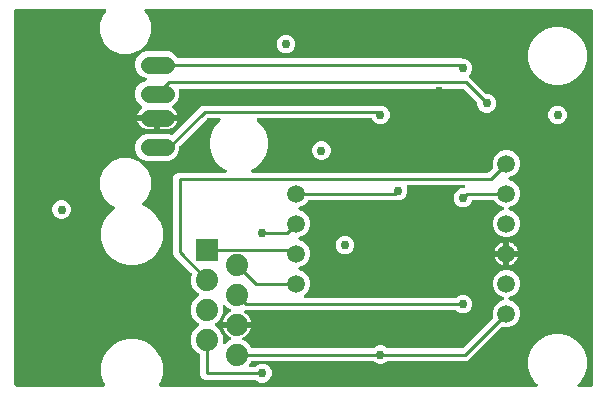
<source format=gbr>
G04 EAGLE Gerber RS-274X export*
G75*
%MOMM*%
%FSLAX34Y34*%
%LPD*%
%INBottom Copper*%
%IPPOS*%
%AMOC8*
5,1,8,0,0,1.08239X$1,22.5*%
G01*
%ADD10C,1.879600*%
%ADD11R,1.879600X1.879600*%
%ADD12C,1.508000*%
%ADD13C,1.458000*%
%ADD14C,0.254000*%
%ADD15C,0.756400*%

G36*
X85493Y10177D02*
X85493Y10177D01*
X85625Y10188D01*
X85650Y10197D01*
X85677Y10201D01*
X85800Y10249D01*
X85925Y10293D01*
X85948Y10308D01*
X85973Y10318D01*
X86080Y10395D01*
X86190Y10469D01*
X86208Y10489D01*
X86230Y10504D01*
X86315Y10607D01*
X86403Y10705D01*
X86416Y10729D01*
X86433Y10749D01*
X86489Y10869D01*
X86551Y10986D01*
X86557Y11013D01*
X86568Y11037D01*
X86593Y11167D01*
X86624Y11296D01*
X86623Y11323D01*
X86628Y11349D01*
X86620Y11481D01*
X86617Y11614D01*
X86610Y11640D01*
X86608Y11667D01*
X86568Y11793D01*
X86532Y11920D01*
X86515Y11955D01*
X86510Y11969D01*
X86499Y11988D01*
X86461Y12065D01*
X85082Y14452D01*
X83299Y21106D01*
X83299Y27994D01*
X85082Y34648D01*
X88526Y40613D01*
X93397Y45484D01*
X99362Y48928D01*
X106016Y50711D01*
X112904Y50711D01*
X119558Y48928D01*
X125523Y45484D01*
X130394Y40613D01*
X133838Y34648D01*
X135621Y27994D01*
X135621Y21106D01*
X133838Y14452D01*
X132459Y12065D01*
X132408Y11942D01*
X132352Y11823D01*
X132347Y11796D01*
X132336Y11771D01*
X132317Y11640D01*
X132292Y11510D01*
X132294Y11484D01*
X132290Y11457D01*
X132303Y11325D01*
X132312Y11193D01*
X132320Y11167D01*
X132323Y11141D01*
X132369Y11016D01*
X132410Y10891D01*
X132424Y10868D01*
X132433Y10842D01*
X132509Y10734D01*
X132580Y10622D01*
X132600Y10603D01*
X132615Y10581D01*
X132715Y10495D01*
X132811Y10404D01*
X132835Y10391D01*
X132855Y10373D01*
X132974Y10314D01*
X133090Y10250D01*
X133116Y10244D01*
X133140Y10232D01*
X133270Y10204D01*
X133398Y10171D01*
X133436Y10169D01*
X133451Y10165D01*
X133473Y10166D01*
X133559Y10161D01*
X451900Y10161D01*
X452037Y10178D01*
X452176Y10191D01*
X452195Y10198D01*
X452215Y10201D01*
X452344Y10252D01*
X452475Y10299D01*
X452492Y10310D01*
X452511Y10318D01*
X452623Y10399D01*
X452738Y10477D01*
X452752Y10493D01*
X452768Y10504D01*
X452857Y10612D01*
X452949Y10716D01*
X452958Y10734D01*
X452971Y10749D01*
X453030Y10875D01*
X453093Y10999D01*
X453098Y11019D01*
X453106Y11037D01*
X453133Y11173D01*
X453163Y11309D01*
X453162Y11330D01*
X453166Y11349D01*
X453158Y11488D01*
X453153Y11627D01*
X453148Y11647D01*
X453146Y11667D01*
X453104Y11799D01*
X453065Y11933D01*
X453055Y11950D01*
X453048Y11969D01*
X452974Y12087D01*
X452903Y12207D01*
X452885Y12228D01*
X452878Y12238D01*
X452863Y12252D01*
X452797Y12327D01*
X450266Y14858D01*
X447020Y20481D01*
X445339Y26753D01*
X445339Y33247D01*
X447020Y39519D01*
X450266Y45142D01*
X454858Y49734D01*
X460481Y52980D01*
X466753Y54661D01*
X473247Y54661D01*
X479519Y52980D01*
X485142Y49734D01*
X489734Y45142D01*
X492980Y39519D01*
X494661Y33247D01*
X494661Y26753D01*
X492980Y20481D01*
X489734Y14858D01*
X487203Y12327D01*
X487118Y12218D01*
X487029Y12111D01*
X487020Y12092D01*
X487008Y12076D01*
X486953Y11948D01*
X486894Y11823D01*
X486890Y11803D01*
X486882Y11784D01*
X486860Y11646D01*
X486834Y11510D01*
X486835Y11490D01*
X486832Y11470D01*
X486845Y11331D01*
X486854Y11193D01*
X486860Y11174D01*
X486862Y11154D01*
X486909Y11022D01*
X486952Y10891D01*
X486962Y10873D01*
X486969Y10854D01*
X487047Y10739D01*
X487122Y10622D01*
X487137Y10608D01*
X487148Y10591D01*
X487252Y10499D01*
X487353Y10404D01*
X487371Y10394D01*
X487386Y10381D01*
X487510Y10317D01*
X487632Y10250D01*
X487651Y10245D01*
X487670Y10236D01*
X487805Y10206D01*
X487940Y10171D01*
X487968Y10169D01*
X487980Y10166D01*
X488000Y10167D01*
X488100Y10161D01*
X498570Y10161D01*
X498688Y10176D01*
X498807Y10183D01*
X498845Y10196D01*
X498886Y10201D01*
X498996Y10244D01*
X499109Y10281D01*
X499144Y10303D01*
X499181Y10318D01*
X499277Y10387D01*
X499378Y10451D01*
X499406Y10481D01*
X499439Y10504D01*
X499515Y10596D01*
X499596Y10683D01*
X499616Y10718D01*
X499641Y10749D01*
X499692Y10857D01*
X499750Y10961D01*
X499760Y11001D01*
X499777Y11037D01*
X499799Y11154D01*
X499829Y11269D01*
X499833Y11329D01*
X499837Y11349D01*
X499835Y11370D01*
X499839Y11430D01*
X499839Y328570D01*
X499824Y328688D01*
X499817Y328807D01*
X499804Y328845D01*
X499799Y328886D01*
X499756Y328996D01*
X499719Y329109D01*
X499697Y329144D01*
X499682Y329181D01*
X499613Y329277D01*
X499549Y329378D01*
X499519Y329406D01*
X499496Y329439D01*
X499404Y329515D01*
X499317Y329596D01*
X499282Y329616D01*
X499251Y329641D01*
X499143Y329692D01*
X499039Y329750D01*
X498999Y329760D01*
X498963Y329777D01*
X498846Y329799D01*
X498731Y329829D01*
X498671Y329833D01*
X498651Y329837D01*
X498630Y329835D01*
X498570Y329839D01*
X121318Y329839D01*
X121180Y329822D01*
X121041Y329809D01*
X121022Y329802D01*
X121002Y329799D01*
X120873Y329748D01*
X120742Y329701D01*
X120725Y329690D01*
X120707Y329682D01*
X120594Y329601D01*
X120479Y329523D01*
X120466Y329507D01*
X120449Y329496D01*
X120360Y329388D01*
X120269Y329284D01*
X120259Y329266D01*
X120246Y329251D01*
X120187Y329125D01*
X120124Y329001D01*
X120120Y328981D01*
X120111Y328963D01*
X120085Y328827D01*
X120054Y328691D01*
X120055Y328670D01*
X120051Y328651D01*
X120060Y328512D01*
X120064Y328373D01*
X120070Y328353D01*
X120071Y328333D01*
X120114Y328201D01*
X120152Y328067D01*
X120163Y328050D01*
X120169Y328031D01*
X120244Y327913D01*
X120314Y327793D01*
X120333Y327772D01*
X120339Y327762D01*
X120354Y327748D01*
X120420Y327673D01*
X122343Y325750D01*
X125641Y317789D01*
X125641Y309171D01*
X122343Y301210D01*
X116250Y295117D01*
X108289Y291819D01*
X99671Y291819D01*
X91710Y295117D01*
X85617Y301210D01*
X82319Y309171D01*
X82319Y317789D01*
X85617Y325750D01*
X87540Y327673D01*
X87625Y327782D01*
X87714Y327889D01*
X87722Y327908D01*
X87735Y327924D01*
X87790Y328052D01*
X87849Y328177D01*
X87853Y328197D01*
X87861Y328216D01*
X87883Y328354D01*
X87909Y328490D01*
X87908Y328510D01*
X87911Y328530D01*
X87898Y328669D01*
X87889Y328807D01*
X87883Y328826D01*
X87881Y328846D01*
X87834Y328978D01*
X87791Y329109D01*
X87780Y329127D01*
X87773Y329146D01*
X87695Y329261D01*
X87621Y329378D01*
X87606Y329392D01*
X87595Y329409D01*
X87490Y329501D01*
X87389Y329596D01*
X87372Y329606D01*
X87356Y329619D01*
X87232Y329683D01*
X87111Y329750D01*
X87091Y329755D01*
X87073Y329764D01*
X86937Y329794D01*
X86803Y329829D01*
X86775Y329831D01*
X86763Y329834D01*
X86742Y329833D01*
X86642Y329839D01*
X11430Y329839D01*
X11312Y329824D01*
X11193Y329817D01*
X11155Y329804D01*
X11114Y329799D01*
X11004Y329756D01*
X10891Y329719D01*
X10856Y329697D01*
X10819Y329682D01*
X10723Y329613D01*
X10622Y329549D01*
X10594Y329519D01*
X10561Y329496D01*
X10485Y329404D01*
X10404Y329317D01*
X10384Y329282D01*
X10359Y329251D01*
X10308Y329143D01*
X10250Y329039D01*
X10240Y328999D01*
X10223Y328963D01*
X10201Y328846D01*
X10171Y328731D01*
X10167Y328671D01*
X10163Y328651D01*
X10165Y328630D01*
X10161Y328570D01*
X10161Y11430D01*
X10176Y11312D01*
X10183Y11193D01*
X10196Y11155D01*
X10201Y11114D01*
X10244Y11004D01*
X10281Y10891D01*
X10303Y10856D01*
X10318Y10819D01*
X10387Y10723D01*
X10451Y10622D01*
X10481Y10594D01*
X10504Y10561D01*
X10596Y10485D01*
X10683Y10404D01*
X10718Y10384D01*
X10749Y10359D01*
X10857Y10308D01*
X10961Y10250D01*
X11001Y10240D01*
X11037Y10223D01*
X11154Y10201D01*
X11269Y10171D01*
X11329Y10167D01*
X11349Y10163D01*
X11370Y10165D01*
X11430Y10161D01*
X85361Y10161D01*
X85493Y10177D01*
G37*
%LPC*%
G36*
X218439Y13583D02*
X218439Y13583D01*
X215555Y14778D01*
X214610Y15724D01*
X214531Y15784D01*
X214459Y15852D01*
X214406Y15881D01*
X214358Y15918D01*
X214267Y15958D01*
X214181Y16006D01*
X214122Y16021D01*
X214066Y16045D01*
X213968Y16060D01*
X213873Y16085D01*
X213773Y16091D01*
X213752Y16095D01*
X213740Y16093D01*
X213712Y16095D01*
X171899Y16095D01*
X169938Y16907D01*
X168437Y18408D01*
X167625Y20369D01*
X167625Y36740D01*
X167622Y36769D01*
X167624Y36798D01*
X167602Y36927D01*
X167585Y37055D01*
X167575Y37083D01*
X167570Y37112D01*
X167516Y37230D01*
X167468Y37351D01*
X167451Y37375D01*
X167439Y37402D01*
X167358Y37503D01*
X167282Y37608D01*
X167259Y37627D01*
X167240Y37650D01*
X167137Y37728D01*
X167037Y37811D01*
X167010Y37824D01*
X166986Y37841D01*
X166842Y37912D01*
X165334Y38537D01*
X161547Y42324D01*
X159497Y47272D01*
X159497Y52628D01*
X161547Y57576D01*
X165334Y61363D01*
X165610Y61477D01*
X165730Y61546D01*
X165853Y61611D01*
X165868Y61625D01*
X165886Y61635D01*
X165985Y61731D01*
X166089Y61825D01*
X166100Y61842D01*
X166114Y61856D01*
X166187Y61975D01*
X166263Y62091D01*
X166270Y62110D01*
X166281Y62127D01*
X166322Y62260D01*
X166367Y62392D01*
X166368Y62412D01*
X166374Y62431D01*
X166381Y62570D01*
X166392Y62709D01*
X166388Y62729D01*
X166389Y62749D01*
X166361Y62885D01*
X166338Y63022D01*
X166329Y63041D01*
X166325Y63060D01*
X166264Y63185D01*
X166207Y63312D01*
X166194Y63328D01*
X166185Y63346D01*
X166095Y63452D01*
X166008Y63560D01*
X165992Y63573D01*
X165979Y63588D01*
X165865Y63668D01*
X165754Y63752D01*
X165729Y63764D01*
X165719Y63771D01*
X165700Y63778D01*
X165610Y63823D01*
X165334Y63937D01*
X161547Y67724D01*
X159497Y72672D01*
X159497Y78028D01*
X161547Y82976D01*
X165334Y86763D01*
X165610Y86877D01*
X165730Y86946D01*
X165853Y87011D01*
X165868Y87025D01*
X165886Y87035D01*
X165985Y87131D01*
X166089Y87225D01*
X166100Y87242D01*
X166114Y87256D01*
X166187Y87375D01*
X166263Y87491D01*
X166270Y87510D01*
X166281Y87527D01*
X166322Y87660D01*
X166367Y87792D01*
X166368Y87812D01*
X166374Y87831D01*
X166381Y87970D01*
X166392Y88109D01*
X166388Y88129D01*
X166389Y88149D01*
X166361Y88285D01*
X166338Y88422D01*
X166329Y88441D01*
X166325Y88460D01*
X166264Y88585D01*
X166207Y88712D01*
X166194Y88728D01*
X166185Y88746D01*
X166095Y88852D01*
X166008Y88960D01*
X165992Y88973D01*
X165979Y88988D01*
X165865Y89068D01*
X165754Y89152D01*
X165729Y89164D01*
X165719Y89171D01*
X165700Y89178D01*
X165610Y89223D01*
X165334Y89337D01*
X161547Y93124D01*
X159497Y98072D01*
X159497Y103428D01*
X160122Y104936D01*
X160130Y104964D01*
X160143Y104990D01*
X160171Y105117D01*
X160206Y105242D01*
X160206Y105272D01*
X160213Y105301D01*
X160209Y105431D01*
X160211Y105560D01*
X160204Y105589D01*
X160203Y105619D01*
X160167Y105743D01*
X160137Y105870D01*
X160123Y105896D01*
X160115Y105924D01*
X160049Y106036D01*
X159988Y106151D01*
X159968Y106173D01*
X159953Y106198D01*
X159847Y106319D01*
X145477Y120688D01*
X144665Y122649D01*
X144665Y187061D01*
X145477Y189022D01*
X146978Y190523D01*
X148939Y191335D01*
X188663Y191335D01*
X188808Y191353D01*
X188953Y191368D01*
X188965Y191373D01*
X188979Y191375D01*
X189114Y191428D01*
X189251Y191479D01*
X189262Y191487D01*
X189274Y191492D01*
X189392Y191577D01*
X189512Y191660D01*
X189521Y191671D01*
X189532Y191678D01*
X189624Y191790D01*
X189720Y191901D01*
X189726Y191913D01*
X189735Y191923D01*
X189796Y192055D01*
X189862Y192186D01*
X189864Y192199D01*
X189870Y192211D01*
X189897Y192353D01*
X189928Y192497D01*
X189927Y192510D01*
X189930Y192523D01*
X189921Y192668D01*
X189915Y192814D01*
X189911Y192827D01*
X189910Y192841D01*
X189865Y192979D01*
X189823Y193119D01*
X189816Y193131D01*
X189812Y193143D01*
X189734Y193266D01*
X189659Y193391D01*
X189649Y193401D01*
X189642Y193412D01*
X189536Y193512D01*
X189432Y193614D01*
X189416Y193624D01*
X189410Y193630D01*
X189395Y193638D01*
X189298Y193703D01*
X184858Y196267D01*
X180266Y200858D01*
X177020Y206481D01*
X175339Y212753D01*
X175339Y219247D01*
X177020Y225519D01*
X180266Y231142D01*
X184403Y235279D01*
X184488Y235388D01*
X184577Y235495D01*
X184586Y235514D01*
X184598Y235530D01*
X184653Y235658D01*
X184712Y235783D01*
X184716Y235803D01*
X184724Y235822D01*
X184746Y235960D01*
X184772Y236096D01*
X184771Y236116D01*
X184774Y236136D01*
X184761Y236275D01*
X184752Y236413D01*
X184746Y236432D01*
X184744Y236452D01*
X184697Y236584D01*
X184654Y236715D01*
X184644Y236733D01*
X184637Y236752D01*
X184559Y236867D01*
X184484Y236984D01*
X184469Y236998D01*
X184458Y237015D01*
X184354Y237107D01*
X184253Y237202D01*
X184235Y237212D01*
X184220Y237225D01*
X184096Y237289D01*
X183974Y237356D01*
X183955Y237361D01*
X183936Y237370D01*
X183801Y237400D01*
X183666Y237435D01*
X183638Y237437D01*
X183626Y237440D01*
X183606Y237439D01*
X183506Y237445D01*
X173815Y237445D01*
X173717Y237433D01*
X173618Y237430D01*
X173560Y237413D01*
X173500Y237405D01*
X173408Y237369D01*
X173313Y237341D01*
X173261Y237311D01*
X173204Y237288D01*
X173124Y237230D01*
X173039Y237180D01*
X172963Y237114D01*
X172947Y237102D01*
X172939Y237092D01*
X172918Y237074D01*
X150096Y214252D01*
X150036Y214174D01*
X149968Y214102D01*
X149939Y214049D01*
X149902Y214001D01*
X149862Y213910D01*
X149814Y213823D01*
X149799Y213765D01*
X149775Y213709D01*
X149760Y213611D01*
X149735Y213515D01*
X149729Y213415D01*
X149725Y213395D01*
X149727Y213383D01*
X149725Y213355D01*
X149725Y210521D01*
X147996Y206348D01*
X144802Y203154D01*
X140629Y201425D01*
X121531Y201425D01*
X117358Y203154D01*
X114164Y206348D01*
X112435Y210521D01*
X112435Y215039D01*
X114164Y219212D01*
X117358Y222406D01*
X121531Y224135D01*
X140629Y224135D01*
X142859Y223211D01*
X142887Y223203D01*
X142913Y223190D01*
X143040Y223161D01*
X143165Y223127D01*
X143195Y223127D01*
X143224Y223120D01*
X143353Y223124D01*
X143483Y223122D01*
X143512Y223129D01*
X143541Y223130D01*
X143666Y223166D01*
X143793Y223196D01*
X143819Y223210D01*
X143847Y223218D01*
X143959Y223284D01*
X144074Y223345D01*
X144095Y223365D01*
X144121Y223380D01*
X144242Y223486D01*
X166379Y245623D01*
X168058Y247303D01*
X170019Y248115D01*
X318281Y248115D01*
X318695Y247943D01*
X318704Y247941D01*
X318712Y247936D01*
X318857Y247899D01*
X319002Y247859D01*
X319011Y247859D01*
X319020Y247857D01*
X319181Y247847D01*
X321561Y247847D01*
X324445Y246652D01*
X326652Y244445D01*
X327847Y241561D01*
X327847Y238439D01*
X326652Y235555D01*
X324445Y233348D01*
X321561Y232153D01*
X318439Y232153D01*
X315555Y233348D01*
X313348Y235555D01*
X312890Y236662D01*
X312875Y236687D01*
X312866Y236715D01*
X312796Y236825D01*
X312732Y236938D01*
X312711Y236959D01*
X312696Y236984D01*
X312601Y237073D01*
X312511Y237166D01*
X312486Y237182D01*
X312464Y237202D01*
X312350Y237265D01*
X312240Y237333D01*
X312211Y237341D01*
X312186Y237356D01*
X312060Y237388D01*
X311936Y237426D01*
X311906Y237428D01*
X311878Y237435D01*
X311717Y237445D01*
X216494Y237445D01*
X216357Y237428D01*
X216218Y237415D01*
X216199Y237408D01*
X216179Y237405D01*
X216050Y237354D01*
X215919Y237307D01*
X215902Y237296D01*
X215883Y237288D01*
X215771Y237207D01*
X215656Y237129D01*
X215642Y237113D01*
X215626Y237102D01*
X215537Y236994D01*
X215445Y236890D01*
X215436Y236872D01*
X215423Y236857D01*
X215364Y236731D01*
X215301Y236607D01*
X215296Y236587D01*
X215288Y236569D01*
X215261Y236433D01*
X215231Y236297D01*
X215232Y236276D01*
X215228Y236257D01*
X215236Y236118D01*
X215241Y235979D01*
X215246Y235959D01*
X215248Y235939D01*
X215291Y235806D01*
X215329Y235673D01*
X215339Y235656D01*
X215346Y235637D01*
X215420Y235519D01*
X215491Y235399D01*
X215509Y235378D01*
X215516Y235368D01*
X215531Y235354D01*
X215597Y235279D01*
X219734Y231142D01*
X222980Y225519D01*
X224661Y219247D01*
X224661Y212753D01*
X222980Y206481D01*
X219734Y200858D01*
X215142Y196267D01*
X210702Y193703D01*
X210586Y193615D01*
X210468Y193530D01*
X210460Y193519D01*
X210449Y193511D01*
X210359Y193397D01*
X210265Y193285D01*
X210260Y193272D01*
X210251Y193262D01*
X210192Y193128D01*
X210130Y192997D01*
X210127Y192984D01*
X210122Y192971D01*
X210097Y192827D01*
X210070Y192684D01*
X210071Y192671D01*
X210069Y192658D01*
X210081Y192512D01*
X210090Y192367D01*
X210094Y192354D01*
X210095Y192341D01*
X210143Y192203D01*
X210188Y192065D01*
X210195Y192053D01*
X210200Y192040D01*
X210280Y191919D01*
X210358Y191796D01*
X210368Y191787D01*
X210375Y191775D01*
X210483Y191678D01*
X210590Y191578D01*
X210602Y191571D01*
X210612Y191562D01*
X210740Y191495D01*
X210868Y191424D01*
X210881Y191421D01*
X210893Y191415D01*
X211035Y191381D01*
X211176Y191345D01*
X211195Y191344D01*
X211203Y191342D01*
X211220Y191342D01*
X211337Y191335D01*
X410965Y191335D01*
X411063Y191347D01*
X411162Y191350D01*
X411220Y191367D01*
X411280Y191375D01*
X411372Y191411D01*
X411467Y191439D01*
X411519Y191469D01*
X411576Y191492D01*
X411656Y191550D01*
X411741Y191600D01*
X411817Y191666D01*
X411833Y191678D01*
X411841Y191688D01*
X411862Y191706D01*
X414909Y194753D01*
X414927Y194777D01*
X414949Y194796D01*
X415024Y194902D01*
X415104Y195004D01*
X415115Y195032D01*
X415132Y195056D01*
X415178Y195177D01*
X415230Y195296D01*
X415235Y195325D01*
X415245Y195353D01*
X415259Y195482D01*
X415280Y195610D01*
X415277Y195640D01*
X415280Y195669D01*
X415262Y195798D01*
X415250Y195927D01*
X415240Y195955D01*
X415236Y195984D01*
X415184Y196136D01*
X414995Y196592D01*
X414995Y201208D01*
X416762Y205474D01*
X420026Y208738D01*
X424292Y210505D01*
X428908Y210505D01*
X433174Y208738D01*
X436438Y205474D01*
X438205Y201208D01*
X438205Y196592D01*
X436438Y192326D01*
X433174Y189062D01*
X429095Y187373D01*
X428974Y187304D01*
X428851Y187239D01*
X428836Y187225D01*
X428819Y187215D01*
X428719Y187118D01*
X428616Y187025D01*
X428605Y187008D01*
X428590Y186994D01*
X428518Y186875D01*
X428441Y186759D01*
X428435Y186740D01*
X428424Y186723D01*
X428383Y186590D01*
X428338Y186458D01*
X428337Y186438D01*
X428331Y186419D01*
X428324Y186280D01*
X428313Y186141D01*
X428316Y186121D01*
X428315Y186101D01*
X428343Y185965D01*
X428367Y185828D01*
X428376Y185809D01*
X428380Y185790D01*
X428441Y185664D01*
X428498Y185538D01*
X428511Y185522D01*
X428519Y185504D01*
X428610Y185398D01*
X428696Y185290D01*
X428713Y185277D01*
X428726Y185262D01*
X428840Y185182D01*
X428951Y185098D01*
X428976Y185086D01*
X428986Y185079D01*
X429005Y185072D01*
X429095Y185027D01*
X433174Y183338D01*
X436438Y180074D01*
X438205Y175808D01*
X438205Y171192D01*
X436438Y166926D01*
X433174Y163662D01*
X429095Y161973D01*
X428974Y161904D01*
X428851Y161839D01*
X428836Y161825D01*
X428819Y161815D01*
X428719Y161718D01*
X428616Y161625D01*
X428605Y161608D01*
X428590Y161594D01*
X428517Y161475D01*
X428441Y161359D01*
X428435Y161340D01*
X428424Y161323D01*
X428383Y161190D01*
X428338Y161058D01*
X428337Y161038D01*
X428331Y161019D01*
X428324Y160880D01*
X428313Y160741D01*
X428316Y160721D01*
X428315Y160701D01*
X428344Y160565D01*
X428367Y160428D01*
X428376Y160409D01*
X428380Y160390D01*
X428441Y160264D01*
X428498Y160138D01*
X428510Y160122D01*
X428519Y160104D01*
X428610Y159998D01*
X428696Y159890D01*
X428713Y159877D01*
X428726Y159862D01*
X428840Y159782D01*
X428951Y159698D01*
X428976Y159686D01*
X428986Y159679D01*
X429005Y159672D01*
X429095Y159627D01*
X433174Y157938D01*
X436438Y154674D01*
X438205Y150408D01*
X438205Y145792D01*
X436438Y141526D01*
X433174Y138262D01*
X428908Y136495D01*
X424292Y136495D01*
X420026Y138262D01*
X416762Y141526D01*
X414995Y145792D01*
X414995Y150408D01*
X416762Y154674D01*
X420026Y157938D01*
X424105Y159627D01*
X424225Y159696D01*
X424349Y159761D01*
X424364Y159775D01*
X424381Y159785D01*
X424481Y159882D01*
X424584Y159975D01*
X424595Y159992D01*
X424610Y160006D01*
X424682Y160124D01*
X424759Y160241D01*
X424765Y160260D01*
X424776Y160277D01*
X424817Y160410D01*
X424862Y160542D01*
X424864Y160562D01*
X424869Y160581D01*
X424876Y160720D01*
X424887Y160859D01*
X424884Y160879D01*
X424885Y160899D01*
X424856Y161035D01*
X424833Y161172D01*
X424824Y161191D01*
X424820Y161210D01*
X424759Y161335D01*
X424702Y161462D01*
X424690Y161478D01*
X424681Y161496D01*
X424590Y161602D01*
X424504Y161710D01*
X424487Y161723D01*
X424474Y161738D01*
X424361Y161818D01*
X424249Y161902D01*
X424224Y161914D01*
X424214Y161921D01*
X424195Y161928D01*
X424105Y161973D01*
X420026Y163662D01*
X416762Y166926D01*
X416573Y167382D01*
X416559Y167407D01*
X416550Y167435D01*
X416480Y167545D01*
X416416Y167658D01*
X416395Y167679D01*
X416380Y167704D01*
X416285Y167793D01*
X416195Y167886D01*
X416169Y167902D01*
X416148Y167922D01*
X416034Y167985D01*
X415923Y168053D01*
X415895Y168061D01*
X415869Y168076D01*
X415744Y168108D01*
X415620Y168146D01*
X415590Y168148D01*
X415561Y168155D01*
X415401Y168165D01*
X398581Y168165D01*
X398552Y168162D01*
X398523Y168164D01*
X398394Y168142D01*
X398266Y168125D01*
X398238Y168115D01*
X398209Y168110D01*
X398091Y168056D01*
X397970Y168008D01*
X397946Y167991D01*
X397919Y167979D01*
X397818Y167898D01*
X397713Y167822D01*
X397694Y167799D01*
X397671Y167780D01*
X397593Y167677D01*
X397510Y167577D01*
X397497Y167550D01*
X397480Y167526D01*
X397409Y167382D01*
X396652Y165555D01*
X394445Y163348D01*
X391561Y162153D01*
X388439Y162153D01*
X385555Y163348D01*
X383348Y165555D01*
X382153Y168439D01*
X382153Y171561D01*
X383348Y174445D01*
X385555Y176652D01*
X388439Y177847D01*
X389801Y177847D01*
X389810Y177848D01*
X389820Y177847D01*
X389968Y177868D01*
X390117Y177887D01*
X390125Y177890D01*
X390135Y177891D01*
X390287Y177943D01*
X390963Y178223D01*
X391024Y178258D01*
X391088Y178284D01*
X391161Y178336D01*
X391239Y178381D01*
X391289Y178429D01*
X391346Y178470D01*
X391403Y178540D01*
X391468Y178602D01*
X391504Y178662D01*
X391549Y178715D01*
X391587Y178797D01*
X391634Y178873D01*
X391654Y178940D01*
X391684Y179003D01*
X391701Y179091D01*
X391728Y179177D01*
X391731Y179247D01*
X391744Y179316D01*
X391738Y179405D01*
X391743Y179495D01*
X391729Y179563D01*
X391724Y179633D01*
X391697Y179718D01*
X391678Y179806D01*
X391648Y179869D01*
X391626Y179935D01*
X391578Y180011D01*
X391539Y180092D01*
X391493Y180145D01*
X391456Y180204D01*
X391391Y180266D01*
X391332Y180334D01*
X391275Y180374D01*
X391224Y180422D01*
X391146Y180465D01*
X391072Y180517D01*
X391007Y180542D01*
X390946Y180576D01*
X390859Y180598D01*
X390775Y180630D01*
X390705Y180638D01*
X390638Y180655D01*
X390477Y180665D01*
X343460Y180665D01*
X343411Y180659D01*
X343361Y180661D01*
X343254Y180639D01*
X343145Y180625D01*
X343099Y180607D01*
X343050Y180597D01*
X342951Y180549D01*
X342849Y180508D01*
X342809Y180479D01*
X342764Y180457D01*
X342681Y180386D01*
X342592Y180322D01*
X342560Y180283D01*
X342522Y180251D01*
X342459Y180161D01*
X342389Y180077D01*
X342368Y180032D01*
X342339Y179991D01*
X342300Y179888D01*
X342253Y179789D01*
X342244Y179740D01*
X342227Y179694D01*
X342214Y179584D01*
X342194Y179477D01*
X342197Y179427D01*
X342191Y179378D01*
X342207Y179269D01*
X342213Y179159D01*
X342229Y179112D01*
X342236Y179063D01*
X342288Y178910D01*
X342847Y177561D01*
X342847Y174439D01*
X341652Y171555D01*
X339445Y169348D01*
X336561Y168153D01*
X333325Y168153D01*
X333318Y168155D01*
X333158Y168165D01*
X259999Y168165D01*
X259970Y168162D01*
X259940Y168164D01*
X259813Y168142D01*
X259684Y168125D01*
X259656Y168115D01*
X259627Y168109D01*
X259509Y168056D01*
X259388Y168008D01*
X259364Y167991D01*
X259337Y167979D01*
X259236Y167898D01*
X259131Y167822D01*
X259112Y167799D01*
X259089Y167780D01*
X259011Y167677D01*
X258928Y167577D01*
X258915Y167550D01*
X258898Y167526D01*
X258827Y167382D01*
X258638Y166926D01*
X255374Y163662D01*
X251295Y161973D01*
X251174Y161904D01*
X251051Y161839D01*
X251036Y161825D01*
X251019Y161815D01*
X250919Y161718D01*
X250816Y161625D01*
X250805Y161608D01*
X250790Y161594D01*
X250717Y161475D01*
X250641Y161359D01*
X250635Y161340D01*
X250624Y161323D01*
X250583Y161190D01*
X250538Y161058D01*
X250537Y161038D01*
X250531Y161019D01*
X250524Y160880D01*
X250513Y160741D01*
X250516Y160721D01*
X250515Y160701D01*
X250544Y160565D01*
X250567Y160428D01*
X250576Y160409D01*
X250580Y160390D01*
X250641Y160264D01*
X250698Y160138D01*
X250710Y160122D01*
X250719Y160104D01*
X250810Y159998D01*
X250896Y159890D01*
X250913Y159877D01*
X250926Y159862D01*
X251040Y159782D01*
X251151Y159698D01*
X251176Y159686D01*
X251186Y159679D01*
X251205Y159672D01*
X251295Y159627D01*
X255374Y157938D01*
X258638Y154674D01*
X260405Y150408D01*
X260405Y145792D01*
X258638Y141526D01*
X255374Y138262D01*
X251295Y136573D01*
X251174Y136504D01*
X251051Y136439D01*
X251036Y136425D01*
X251019Y136415D01*
X250919Y136318D01*
X250816Y136225D01*
X250805Y136208D01*
X250790Y136194D01*
X250717Y136075D01*
X250641Y135959D01*
X250635Y135940D01*
X250624Y135923D01*
X250583Y135790D01*
X250538Y135658D01*
X250537Y135638D01*
X250531Y135619D01*
X250524Y135480D01*
X250513Y135341D01*
X250516Y135321D01*
X250515Y135301D01*
X250544Y135165D01*
X250567Y135028D01*
X250576Y135009D01*
X250580Y134990D01*
X250641Y134864D01*
X250698Y134738D01*
X250710Y134722D01*
X250719Y134704D01*
X250810Y134598D01*
X250896Y134490D01*
X250913Y134477D01*
X250926Y134462D01*
X251040Y134382D01*
X251151Y134298D01*
X251176Y134286D01*
X251186Y134279D01*
X251205Y134272D01*
X251295Y134227D01*
X255374Y132538D01*
X258638Y129274D01*
X260405Y125008D01*
X260405Y120392D01*
X258638Y116126D01*
X255374Y112862D01*
X251295Y111173D01*
X251174Y111104D01*
X251051Y111039D01*
X251036Y111025D01*
X251019Y111015D01*
X250919Y110918D01*
X250816Y110825D01*
X250805Y110808D01*
X250790Y110794D01*
X250717Y110675D01*
X250641Y110559D01*
X250635Y110540D01*
X250624Y110523D01*
X250583Y110390D01*
X250538Y110258D01*
X250537Y110238D01*
X250531Y110219D01*
X250524Y110080D01*
X250513Y109941D01*
X250516Y109921D01*
X250515Y109901D01*
X250544Y109765D01*
X250567Y109628D01*
X250576Y109609D01*
X250580Y109590D01*
X250641Y109464D01*
X250698Y109338D01*
X250710Y109322D01*
X250719Y109304D01*
X250810Y109198D01*
X250896Y109090D01*
X250913Y109077D01*
X250926Y109062D01*
X251040Y108982D01*
X251151Y108898D01*
X251176Y108886D01*
X251186Y108879D01*
X251205Y108872D01*
X251295Y108827D01*
X255374Y107138D01*
X258638Y103874D01*
X260405Y99608D01*
X260405Y94992D01*
X258638Y90726D01*
X255413Y87501D01*
X255328Y87392D01*
X255239Y87285D01*
X255231Y87266D01*
X255218Y87250D01*
X255163Y87122D01*
X255104Y86997D01*
X255100Y86977D01*
X255092Y86958D01*
X255070Y86820D01*
X255044Y86684D01*
X255045Y86664D01*
X255042Y86644D01*
X255055Y86505D01*
X255064Y86367D01*
X255070Y86348D01*
X255072Y86328D01*
X255119Y86196D01*
X255162Y86065D01*
X255172Y86047D01*
X255179Y86028D01*
X255257Y85913D01*
X255332Y85796D01*
X255347Y85782D01*
X255358Y85765D01*
X255462Y85673D01*
X255563Y85578D01*
X255581Y85568D01*
X255596Y85555D01*
X255720Y85491D01*
X255842Y85424D01*
X255861Y85419D01*
X255880Y85410D01*
X256015Y85380D01*
X256150Y85345D01*
X256178Y85343D01*
X256190Y85340D01*
X256210Y85341D01*
X256311Y85335D01*
X383712Y85335D01*
X383810Y85347D01*
X383909Y85350D01*
X383967Y85367D01*
X384028Y85375D01*
X384120Y85411D01*
X384215Y85439D01*
X384267Y85469D01*
X384323Y85492D01*
X384403Y85550D01*
X384489Y85600D01*
X384564Y85666D01*
X384581Y85678D01*
X384588Y85688D01*
X384610Y85706D01*
X385555Y86652D01*
X388439Y87847D01*
X391561Y87847D01*
X394445Y86652D01*
X396652Y84445D01*
X397847Y81561D01*
X397847Y78439D01*
X396652Y75555D01*
X394445Y73348D01*
X391561Y72153D01*
X388439Y72153D01*
X385555Y73348D01*
X384610Y74294D01*
X384531Y74354D01*
X384459Y74422D01*
X384406Y74451D01*
X384358Y74488D01*
X384267Y74528D01*
X384181Y74576D01*
X384122Y74591D01*
X384066Y74615D01*
X383968Y74630D01*
X383873Y74655D01*
X383773Y74661D01*
X383752Y74665D01*
X383740Y74663D01*
X383712Y74665D01*
X206040Y74665D01*
X205961Y74655D01*
X205881Y74655D01*
X205804Y74635D01*
X205725Y74625D01*
X205651Y74596D01*
X205573Y74576D01*
X205503Y74538D01*
X205429Y74508D01*
X205364Y74462D01*
X205295Y74423D01*
X205236Y74369D01*
X205172Y74322D01*
X205121Y74260D01*
X205063Y74206D01*
X205020Y74138D01*
X204969Y74077D01*
X204935Y74005D01*
X204892Y73937D01*
X204867Y73861D01*
X204833Y73789D01*
X204818Y73711D01*
X204794Y73635D01*
X204788Y73555D01*
X204773Y73477D01*
X204778Y73397D01*
X204773Y73318D01*
X204788Y73239D01*
X204793Y73159D01*
X204818Y73083D01*
X204833Y73005D01*
X204867Y72933D01*
X204891Y72857D01*
X204934Y72789D01*
X204968Y72717D01*
X205019Y72655D01*
X205061Y72588D01*
X205119Y72533D01*
X205170Y72472D01*
X205292Y72371D01*
X205293Y72370D01*
X205294Y72369D01*
X206137Y71756D01*
X207466Y70428D01*
X208571Y68907D01*
X209424Y67233D01*
X210005Y65446D01*
X210052Y65149D01*
X199590Y65149D01*
X199472Y65134D01*
X199353Y65127D01*
X199315Y65114D01*
X199275Y65109D01*
X199164Y65066D01*
X199051Y65029D01*
X199017Y65007D01*
X198979Y64992D01*
X198883Y64923D01*
X198782Y64859D01*
X198754Y64829D01*
X198722Y64806D01*
X198646Y64714D01*
X198564Y64627D01*
X198545Y64592D01*
X198519Y64561D01*
X198468Y64453D01*
X198411Y64349D01*
X198401Y64309D01*
X198383Y64273D01*
X198363Y64166D01*
X198359Y64196D01*
X198315Y64306D01*
X198279Y64419D01*
X198257Y64454D01*
X198242Y64491D01*
X198172Y64587D01*
X198109Y64688D01*
X198079Y64716D01*
X198055Y64749D01*
X197964Y64825D01*
X197877Y64906D01*
X197842Y64926D01*
X197810Y64951D01*
X197703Y65002D01*
X197598Y65060D01*
X197559Y65070D01*
X197523Y65087D01*
X197406Y65109D01*
X197290Y65139D01*
X197230Y65143D01*
X197210Y65147D01*
X197190Y65145D01*
X197130Y65149D01*
X186668Y65149D01*
X186715Y65446D01*
X187296Y67233D01*
X188149Y68907D01*
X189254Y70428D01*
X190582Y71756D01*
X192103Y72861D01*
X193123Y73381D01*
X193198Y73431D01*
X193277Y73473D01*
X193329Y73520D01*
X193387Y73560D01*
X193446Y73627D01*
X193512Y73687D01*
X193551Y73746D01*
X193597Y73798D01*
X193638Y73878D01*
X193687Y73953D01*
X193710Y74019D01*
X193741Y74082D01*
X193761Y74169D01*
X193790Y74254D01*
X193796Y74324D01*
X193811Y74392D01*
X193808Y74481D01*
X193815Y74571D01*
X193803Y74640D01*
X193801Y74710D01*
X193776Y74796D01*
X193761Y74884D01*
X193732Y74948D01*
X193712Y75015D01*
X193667Y75092D01*
X193630Y75174D01*
X193586Y75229D01*
X193551Y75289D01*
X193488Y75352D01*
X193432Y75422D01*
X193376Y75465D01*
X193326Y75514D01*
X193249Y75560D01*
X193178Y75614D01*
X193065Y75669D01*
X193053Y75676D01*
X193046Y75678D01*
X193033Y75685D01*
X190734Y76637D01*
X188589Y78781D01*
X188480Y78867D01*
X188373Y78955D01*
X188354Y78964D01*
X188338Y78976D01*
X188210Y79032D01*
X188085Y79091D01*
X188065Y79095D01*
X188046Y79103D01*
X187908Y79125D01*
X187772Y79151D01*
X187752Y79149D01*
X187732Y79152D01*
X187593Y79139D01*
X187455Y79131D01*
X187436Y79125D01*
X187416Y79123D01*
X187284Y79075D01*
X187153Y79033D01*
X187135Y79022D01*
X187116Y79015D01*
X187001Y78937D01*
X186884Y78863D01*
X186870Y78848D01*
X186853Y78836D01*
X186761Y78732D01*
X186666Y78631D01*
X186656Y78613D01*
X186643Y78598D01*
X186579Y78474D01*
X186512Y78352D01*
X186507Y78333D01*
X186498Y78315D01*
X186468Y78179D01*
X186433Y78045D01*
X186431Y78016D01*
X186428Y78005D01*
X186429Y77984D01*
X186423Y77884D01*
X186423Y72672D01*
X184373Y67724D01*
X180586Y63937D01*
X180310Y63823D01*
X180189Y63754D01*
X180067Y63689D01*
X180052Y63675D01*
X180034Y63665D01*
X179934Y63568D01*
X179831Y63475D01*
X179820Y63458D01*
X179806Y63444D01*
X179733Y63326D01*
X179656Y63209D01*
X179650Y63190D01*
X179639Y63173D01*
X179598Y63040D01*
X179553Y62908D01*
X179552Y62888D01*
X179546Y62869D01*
X179539Y62730D01*
X179528Y62591D01*
X179532Y62571D01*
X179531Y62551D01*
X179559Y62415D01*
X179583Y62278D01*
X179591Y62259D01*
X179595Y62240D01*
X179656Y62114D01*
X179713Y61988D01*
X179726Y61972D01*
X179735Y61954D01*
X179825Y61848D01*
X179912Y61739D01*
X179928Y61727D01*
X179941Y61712D01*
X180055Y61631D01*
X180166Y61548D01*
X180191Y61536D01*
X180201Y61529D01*
X180220Y61522D01*
X180310Y61477D01*
X180586Y61363D01*
X184373Y57576D01*
X186423Y52628D01*
X186423Y47416D01*
X186440Y47279D01*
X186453Y47140D01*
X186460Y47121D01*
X186463Y47101D01*
X186514Y46972D01*
X186561Y46841D01*
X186572Y46824D01*
X186580Y46805D01*
X186661Y46692D01*
X186739Y46577D01*
X186755Y46564D01*
X186766Y46548D01*
X186874Y46459D01*
X186978Y46367D01*
X186996Y46358D01*
X187011Y46345D01*
X187137Y46285D01*
X187261Y46222D01*
X187281Y46218D01*
X187299Y46209D01*
X187435Y46183D01*
X187571Y46153D01*
X187592Y46153D01*
X187611Y46149D01*
X187750Y46158D01*
X187889Y46162D01*
X187909Y46168D01*
X187929Y46169D01*
X188061Y46212D01*
X188195Y46251D01*
X188212Y46261D01*
X188231Y46267D01*
X188349Y46342D01*
X188469Y46412D01*
X188490Y46431D01*
X188500Y46437D01*
X188514Y46452D01*
X188589Y46519D01*
X190734Y48663D01*
X193033Y49615D01*
X193091Y49648D01*
X193131Y49664D01*
X193146Y49675D01*
X193193Y49695D01*
X193248Y49738D01*
X193309Y49773D01*
X193374Y49835D01*
X193444Y49890D01*
X193487Y49945D01*
X193538Y49994D01*
X193585Y50071D01*
X193639Y50141D01*
X193667Y50206D01*
X193704Y50265D01*
X193730Y50351D01*
X193766Y50433D01*
X193777Y50502D01*
X193798Y50569D01*
X193802Y50659D01*
X193816Y50747D01*
X193809Y50817D01*
X193813Y50887D01*
X193795Y50975D01*
X193786Y51064D01*
X193763Y51130D01*
X193748Y51198D01*
X193709Y51279D01*
X193679Y51363D01*
X193640Y51421D01*
X193609Y51484D01*
X193550Y51552D01*
X193500Y51626D01*
X193448Y51673D01*
X193402Y51726D01*
X193329Y51778D01*
X193262Y51837D01*
X193154Y51901D01*
X193142Y51909D01*
X193136Y51912D01*
X193123Y51919D01*
X192103Y52439D01*
X190582Y53544D01*
X189254Y54872D01*
X188149Y56393D01*
X187296Y58067D01*
X186715Y59854D01*
X186668Y60151D01*
X197130Y60151D01*
X197248Y60166D01*
X197367Y60173D01*
X197405Y60185D01*
X197445Y60191D01*
X197556Y60234D01*
X197669Y60271D01*
X197703Y60293D01*
X197741Y60308D01*
X197837Y60377D01*
X197938Y60441D01*
X197966Y60471D01*
X197998Y60494D01*
X198074Y60586D01*
X198156Y60673D01*
X198175Y60708D01*
X198201Y60739D01*
X198252Y60847D01*
X198309Y60951D01*
X198319Y60991D01*
X198337Y61027D01*
X198357Y61134D01*
X198361Y61104D01*
X198405Y60994D01*
X198441Y60881D01*
X198463Y60846D01*
X198478Y60809D01*
X198548Y60712D01*
X198611Y60612D01*
X198641Y60584D01*
X198665Y60551D01*
X198756Y60475D01*
X198843Y60394D01*
X198878Y60374D01*
X198910Y60349D01*
X199017Y60298D01*
X199122Y60240D01*
X199161Y60230D01*
X199197Y60213D01*
X199314Y60191D01*
X199430Y60161D01*
X199490Y60157D01*
X199510Y60153D01*
X199530Y60155D01*
X199590Y60151D01*
X210052Y60151D01*
X210005Y59854D01*
X209424Y58067D01*
X208571Y56393D01*
X207466Y54872D01*
X206138Y53544D01*
X204617Y52439D01*
X203597Y51919D01*
X203522Y51869D01*
X203443Y51827D01*
X203391Y51780D01*
X203333Y51740D01*
X203274Y51673D01*
X203208Y51613D01*
X203169Y51554D01*
X203123Y51502D01*
X203082Y51422D01*
X203033Y51347D01*
X203010Y51281D01*
X202979Y51218D01*
X202959Y51131D01*
X202930Y51046D01*
X202924Y50976D01*
X202909Y50908D01*
X202912Y50819D01*
X202905Y50729D01*
X202917Y50660D01*
X202919Y50590D01*
X202944Y50504D01*
X202959Y50416D01*
X202988Y50352D01*
X203008Y50285D01*
X203053Y50208D01*
X203090Y50126D01*
X203134Y50071D01*
X203169Y50011D01*
X203232Y49948D01*
X203288Y49878D01*
X203344Y49835D01*
X203394Y49786D01*
X203453Y49751D01*
X203457Y49749D01*
X203471Y49740D01*
X203542Y49686D01*
X203655Y49631D01*
X203667Y49624D01*
X203674Y49622D01*
X203687Y49615D01*
X205986Y48663D01*
X209773Y44876D01*
X210398Y43368D01*
X210412Y43343D01*
X210421Y43315D01*
X210491Y43205D01*
X210555Y43092D01*
X210576Y43071D01*
X210592Y43046D01*
X210686Y42957D01*
X210777Y42864D01*
X210802Y42848D01*
X210823Y42828D01*
X210937Y42765D01*
X211048Y42697D01*
X211076Y42689D01*
X211102Y42674D01*
X211227Y42642D01*
X211352Y42604D01*
X211381Y42602D01*
X211410Y42595D01*
X211570Y42585D01*
X313712Y42585D01*
X313810Y42597D01*
X313909Y42600D01*
X313967Y42617D01*
X314028Y42625D01*
X314120Y42661D01*
X314215Y42689D01*
X314267Y42719D01*
X314323Y42742D01*
X314403Y42800D01*
X314489Y42850D01*
X314564Y42916D01*
X314581Y42928D01*
X314588Y42938D01*
X314610Y42956D01*
X315555Y43902D01*
X318439Y45097D01*
X321561Y45097D01*
X324445Y43902D01*
X325390Y42956D01*
X325469Y42896D01*
X325541Y42828D01*
X325594Y42799D01*
X325642Y42762D01*
X325733Y42722D01*
X325819Y42674D01*
X325878Y42659D01*
X325934Y42635D01*
X326032Y42620D01*
X326127Y42595D01*
X326227Y42589D01*
X326248Y42585D01*
X326260Y42587D01*
X326288Y42585D01*
X389215Y42585D01*
X389313Y42597D01*
X389412Y42600D01*
X389470Y42617D01*
X389530Y42625D01*
X389622Y42661D01*
X389717Y42689D01*
X389769Y42719D01*
X389826Y42742D01*
X389906Y42800D01*
X389991Y42850D01*
X390067Y42916D01*
X390083Y42928D01*
X390091Y42938D01*
X390112Y42956D01*
X414909Y67753D01*
X414927Y67777D01*
X414949Y67796D01*
X415024Y67902D01*
X415104Y68004D01*
X415115Y68032D01*
X415132Y68056D01*
X415178Y68177D01*
X415230Y68296D01*
X415235Y68325D01*
X415245Y68353D01*
X415259Y68482D01*
X415280Y68610D01*
X415277Y68640D01*
X415280Y68669D01*
X415262Y68798D01*
X415250Y68927D01*
X415240Y68955D01*
X415236Y68984D01*
X415184Y69136D01*
X414995Y69592D01*
X414995Y74208D01*
X416762Y78474D01*
X420026Y81738D01*
X424105Y83427D01*
X424225Y83496D01*
X424349Y83561D01*
X424364Y83575D01*
X424381Y83585D01*
X424481Y83682D01*
X424584Y83775D01*
X424595Y83792D01*
X424610Y83806D01*
X424682Y83924D01*
X424759Y84041D01*
X424765Y84060D01*
X424776Y84077D01*
X424817Y84210D01*
X424862Y84342D01*
X424864Y84362D01*
X424869Y84381D01*
X424876Y84520D01*
X424887Y84659D01*
X424884Y84679D01*
X424885Y84699D01*
X424856Y84835D01*
X424833Y84972D01*
X424824Y84991D01*
X424820Y85010D01*
X424759Y85135D01*
X424702Y85262D01*
X424690Y85278D01*
X424681Y85296D01*
X424590Y85402D01*
X424504Y85510D01*
X424487Y85523D01*
X424474Y85538D01*
X424361Y85618D01*
X424249Y85702D01*
X424224Y85714D01*
X424214Y85721D01*
X424195Y85728D01*
X424105Y85773D01*
X420026Y87462D01*
X416762Y90726D01*
X414995Y94992D01*
X414995Y99608D01*
X416762Y103874D01*
X420026Y107138D01*
X424292Y108905D01*
X428908Y108905D01*
X433174Y107138D01*
X436438Y103874D01*
X438205Y99608D01*
X438205Y94992D01*
X436438Y90726D01*
X433174Y87462D01*
X429095Y85773D01*
X428974Y85704D01*
X428851Y85639D01*
X428836Y85625D01*
X428819Y85615D01*
X428719Y85518D01*
X428616Y85425D01*
X428605Y85408D01*
X428590Y85394D01*
X428517Y85275D01*
X428441Y85159D01*
X428435Y85140D01*
X428424Y85123D01*
X428383Y84990D01*
X428338Y84858D01*
X428337Y84838D01*
X428331Y84819D01*
X428324Y84680D01*
X428313Y84541D01*
X428316Y84521D01*
X428315Y84501D01*
X428344Y84365D01*
X428367Y84228D01*
X428376Y84209D01*
X428380Y84190D01*
X428441Y84064D01*
X428498Y83938D01*
X428510Y83922D01*
X428519Y83904D01*
X428610Y83798D01*
X428696Y83690D01*
X428713Y83677D01*
X428726Y83662D01*
X428840Y83582D01*
X428951Y83498D01*
X428976Y83486D01*
X428986Y83479D01*
X429005Y83472D01*
X429095Y83427D01*
X433174Y81738D01*
X436438Y78474D01*
X438205Y74208D01*
X438205Y69592D01*
X436438Y65326D01*
X433174Y62062D01*
X428908Y60295D01*
X424292Y60295D01*
X423836Y60484D01*
X423808Y60492D01*
X423782Y60505D01*
X423655Y60534D01*
X423530Y60568D01*
X423500Y60568D01*
X423471Y60575D01*
X423342Y60571D01*
X423212Y60573D01*
X423183Y60566D01*
X423153Y60565D01*
X423029Y60529D01*
X422902Y60499D01*
X422876Y60485D01*
X422848Y60477D01*
X422736Y60411D01*
X422621Y60350D01*
X422599Y60330D01*
X422574Y60315D01*
X422453Y60209D01*
X394972Y32727D01*
X393011Y31915D01*
X326288Y31915D01*
X326190Y31903D01*
X326091Y31900D01*
X326033Y31883D01*
X325972Y31875D01*
X325880Y31839D01*
X325785Y31811D01*
X325733Y31781D01*
X325677Y31758D01*
X325597Y31700D01*
X325511Y31650D01*
X325436Y31584D01*
X325419Y31572D01*
X325412Y31562D01*
X325390Y31544D01*
X324445Y30598D01*
X321561Y29403D01*
X318439Y29403D01*
X315555Y30598D01*
X314610Y31544D01*
X314531Y31604D01*
X314459Y31672D01*
X314406Y31701D01*
X314358Y31738D01*
X314267Y31778D01*
X314181Y31826D01*
X314122Y31841D01*
X314066Y31865D01*
X313968Y31880D01*
X313873Y31905D01*
X313773Y31911D01*
X313752Y31915D01*
X313740Y31913D01*
X313712Y31915D01*
X211570Y31915D01*
X211541Y31912D01*
X211512Y31914D01*
X211383Y31892D01*
X211255Y31875D01*
X211227Y31865D01*
X211198Y31860D01*
X211080Y31806D01*
X210959Y31758D01*
X210935Y31741D01*
X210908Y31729D01*
X210807Y31648D01*
X210702Y31572D01*
X210683Y31549D01*
X210660Y31530D01*
X210582Y31427D01*
X210499Y31327D01*
X210486Y31300D01*
X210469Y31276D01*
X210398Y31132D01*
X209773Y29624D01*
X209081Y28931D01*
X208996Y28822D01*
X208907Y28715D01*
X208898Y28696D01*
X208886Y28680D01*
X208830Y28552D01*
X208771Y28427D01*
X208767Y28407D01*
X208759Y28388D01*
X208737Y28250D01*
X208711Y28114D01*
X208713Y28094D01*
X208710Y28074D01*
X208723Y27935D01*
X208731Y27797D01*
X208737Y27778D01*
X208739Y27758D01*
X208786Y27627D01*
X208829Y27495D01*
X208840Y27477D01*
X208847Y27458D01*
X208925Y27344D01*
X208999Y27226D01*
X209014Y27212D01*
X209026Y27195D01*
X209130Y27103D01*
X209231Y27008D01*
X209249Y26998D01*
X209264Y26985D01*
X209388Y26922D01*
X209510Y26854D01*
X209529Y26849D01*
X209547Y26840D01*
X209683Y26810D01*
X209817Y26775D01*
X209845Y26773D01*
X209857Y26770D01*
X209878Y26771D01*
X209978Y26765D01*
X213712Y26765D01*
X213810Y26777D01*
X213909Y26780D01*
X213967Y26797D01*
X214028Y26805D01*
X214120Y26841D01*
X214215Y26869D01*
X214267Y26899D01*
X214323Y26922D01*
X214403Y26980D01*
X214489Y27030D01*
X214564Y27096D01*
X214581Y27108D01*
X214588Y27118D01*
X214610Y27136D01*
X215555Y28082D01*
X218439Y29277D01*
X221561Y29277D01*
X224445Y28082D01*
X226652Y25875D01*
X227847Y22991D01*
X227847Y19869D01*
X226652Y16985D01*
X224445Y14778D01*
X221561Y13583D01*
X218439Y13583D01*
G37*
%LPD*%
%LPC*%
G36*
X131017Y239592D02*
X131017Y239592D01*
X130954Y239693D01*
X130924Y239721D01*
X130900Y239754D01*
X130809Y239830D01*
X130722Y239911D01*
X130687Y239931D01*
X130655Y239956D01*
X130548Y240007D01*
X130443Y240065D01*
X130404Y240075D01*
X130368Y240092D01*
X130251Y240114D01*
X130135Y240144D01*
X130075Y240148D01*
X130055Y240152D01*
X130035Y240150D01*
X129975Y240154D01*
X114225Y240154D01*
X114679Y241554D01*
X115382Y242933D01*
X116291Y244184D01*
X117386Y245278D01*
X118063Y245770D01*
X118171Y245872D01*
X118281Y245972D01*
X118287Y245981D01*
X118295Y245988D01*
X118374Y246114D01*
X118456Y246238D01*
X118460Y246248D01*
X118465Y246256D01*
X118511Y246398D01*
X118559Y246539D01*
X118560Y246549D01*
X118563Y246559D01*
X118573Y246707D01*
X118585Y246856D01*
X118583Y246866D01*
X118584Y246876D01*
X118556Y247022D01*
X118530Y247169D01*
X118526Y247179D01*
X118524Y247189D01*
X118461Y247323D01*
X118400Y247459D01*
X118393Y247467D01*
X118389Y247477D01*
X118294Y247591D01*
X118201Y247708D01*
X118193Y247714D01*
X118186Y247722D01*
X118066Y247810D01*
X117947Y247899D01*
X117935Y247905D01*
X117929Y247909D01*
X117916Y247914D01*
X117802Y247970D01*
X117358Y248154D01*
X114164Y251348D01*
X112435Y255521D01*
X112435Y260039D01*
X114164Y264212D01*
X117358Y267406D01*
X121465Y269107D01*
X121586Y269176D01*
X121709Y269241D01*
X121724Y269255D01*
X121742Y269265D01*
X121842Y269362D01*
X121944Y269455D01*
X121955Y269472D01*
X121970Y269486D01*
X122043Y269605D01*
X122119Y269721D01*
X122126Y269740D01*
X122136Y269757D01*
X122177Y269890D01*
X122222Y270022D01*
X122224Y270042D01*
X122230Y270061D01*
X122237Y270200D01*
X122248Y270339D01*
X122244Y270359D01*
X122245Y270379D01*
X122217Y270515D01*
X122193Y270652D01*
X122185Y270671D01*
X122181Y270690D01*
X122119Y270816D01*
X122063Y270942D01*
X122050Y270958D01*
X122041Y270976D01*
X121951Y271082D01*
X121864Y271190D01*
X121848Y271203D01*
X121835Y271218D01*
X121721Y271298D01*
X121610Y271382D01*
X121585Y271394D01*
X121575Y271401D01*
X121555Y271408D01*
X121465Y271453D01*
X117358Y273154D01*
X114164Y276348D01*
X112435Y280521D01*
X112435Y285039D01*
X114164Y289212D01*
X117358Y292406D01*
X121531Y294135D01*
X140629Y294135D01*
X144802Y292406D01*
X147996Y289212D01*
X148126Y288898D01*
X148138Y288877D01*
X148145Y288856D01*
X148147Y288853D01*
X148150Y288845D01*
X148219Y288735D01*
X148284Y288622D01*
X148304Y288601D01*
X148320Y288576D01*
X148415Y288487D01*
X148505Y288394D01*
X148530Y288378D01*
X148552Y288358D01*
X148665Y288295D01*
X148776Y288227D01*
X148804Y288219D01*
X148830Y288204D01*
X148956Y288172D01*
X149080Y288134D01*
X149109Y288132D01*
X149138Y288125D01*
X149299Y288115D01*
X388281Y288115D01*
X388695Y287943D01*
X388704Y287941D01*
X388712Y287936D01*
X388857Y287899D01*
X389002Y287859D01*
X389011Y287859D01*
X389020Y287857D01*
X389181Y287847D01*
X391561Y287847D01*
X394445Y286652D01*
X396652Y284445D01*
X397847Y281561D01*
X397847Y278439D01*
X396652Y275555D01*
X395218Y274121D01*
X395145Y274027D01*
X395066Y273938D01*
X395048Y273902D01*
X395023Y273870D01*
X394976Y273761D01*
X394922Y273655D01*
X394913Y273615D01*
X394897Y273578D01*
X394878Y273460D01*
X394852Y273344D01*
X394853Y273304D01*
X394847Y273264D01*
X394858Y273145D01*
X394862Y273027D01*
X394873Y272988D01*
X394877Y272947D01*
X394917Y272835D01*
X394950Y272721D01*
X394971Y272686D01*
X394984Y272648D01*
X395051Y272550D01*
X395112Y272447D01*
X395152Y272402D01*
X395163Y272385D01*
X395178Y272372D01*
X395218Y272326D01*
X396921Y270624D01*
X396921Y270623D01*
X409326Y258218D01*
X409404Y258158D01*
X409476Y258090D01*
X409529Y258061D01*
X409577Y258024D01*
X409668Y257984D01*
X409755Y257936D01*
X409813Y257921D01*
X409869Y257897D01*
X409967Y257882D01*
X410063Y257857D01*
X410163Y257851D01*
X410183Y257847D01*
X410195Y257849D01*
X410223Y257847D01*
X411561Y257847D01*
X414445Y256652D01*
X416652Y254445D01*
X417847Y251561D01*
X417847Y248439D01*
X416652Y245555D01*
X414445Y243348D01*
X411561Y242153D01*
X408439Y242153D01*
X405555Y243348D01*
X403348Y245555D01*
X402153Y248439D01*
X402153Y249777D01*
X402141Y249875D01*
X402138Y249974D01*
X402121Y250032D01*
X402113Y250092D01*
X402077Y250184D01*
X402049Y250279D01*
X402019Y250331D01*
X401996Y250388D01*
X401938Y250468D01*
X401888Y250553D01*
X401822Y250629D01*
X401810Y250645D01*
X401800Y250653D01*
X401782Y250674D01*
X390382Y262074D01*
X390304Y262134D01*
X390232Y262202D01*
X390179Y262231D01*
X390131Y262268D01*
X390040Y262308D01*
X389953Y262356D01*
X389895Y262371D01*
X389839Y262395D01*
X389741Y262410D01*
X389645Y262435D01*
X389545Y262441D01*
X389525Y262445D01*
X389513Y262443D01*
X389485Y262445D01*
X150627Y262445D01*
X150578Y262439D01*
X150528Y262441D01*
X150421Y262419D01*
X150312Y262405D01*
X150266Y262387D01*
X150217Y262377D01*
X150118Y262329D01*
X150016Y262288D01*
X149976Y262259D01*
X149931Y262237D01*
X149848Y262166D01*
X149759Y262102D01*
X149727Y262063D01*
X149689Y262031D01*
X149626Y261941D01*
X149556Y261857D01*
X149535Y261812D01*
X149506Y261771D01*
X149467Y261668D01*
X149421Y261569D01*
X149411Y261520D01*
X149394Y261474D01*
X149381Y261364D01*
X149361Y261257D01*
X149364Y261207D01*
X149358Y261158D01*
X149374Y261049D01*
X149380Y260939D01*
X149396Y260892D01*
X149403Y260843D01*
X149455Y260690D01*
X149725Y260039D01*
X149725Y255521D01*
X147996Y251348D01*
X144802Y248154D01*
X144358Y247970D01*
X144228Y247896D01*
X144098Y247824D01*
X144090Y247817D01*
X144081Y247812D01*
X143974Y247709D01*
X143866Y247607D01*
X143860Y247598D01*
X143853Y247591D01*
X143775Y247464D01*
X143695Y247338D01*
X143692Y247329D01*
X143687Y247320D01*
X143643Y247177D01*
X143597Y247036D01*
X143596Y247026D01*
X143593Y247016D01*
X143586Y246867D01*
X143576Y246719D01*
X143578Y246709D01*
X143578Y246698D01*
X143608Y246552D01*
X143636Y246406D01*
X143640Y246397D01*
X143642Y246387D01*
X143708Y246253D01*
X143771Y246118D01*
X143777Y246110D01*
X143782Y246101D01*
X143879Y245988D01*
X143973Y245873D01*
X143984Y245864D01*
X143988Y245859D01*
X144000Y245851D01*
X144097Y245770D01*
X144774Y245278D01*
X145869Y244184D01*
X146778Y242933D01*
X147481Y241554D01*
X147935Y240154D01*
X132185Y240154D01*
X132067Y240139D01*
X131948Y240132D01*
X131910Y240119D01*
X131870Y240114D01*
X131759Y240071D01*
X131646Y240034D01*
X131612Y240012D01*
X131574Y239997D01*
X131478Y239928D01*
X131377Y239864D01*
X131349Y239834D01*
X131317Y239811D01*
X131241Y239719D01*
X131159Y239632D01*
X131140Y239597D01*
X131114Y239566D01*
X131084Y239501D01*
X131017Y239592D01*
G37*
%LPD*%
%LPC*%
G36*
X106016Y112689D02*
X106016Y112689D01*
X99362Y114472D01*
X93397Y117916D01*
X88526Y122787D01*
X85082Y128752D01*
X83299Y135406D01*
X83299Y142294D01*
X85082Y148948D01*
X88526Y154913D01*
X93397Y159784D01*
X94430Y160380D01*
X94475Y160414D01*
X94525Y160441D01*
X94601Y160510D01*
X94683Y160572D01*
X94718Y160617D01*
X94760Y160655D01*
X94817Y160741D01*
X94881Y160822D01*
X94904Y160873D01*
X94935Y160920D01*
X94968Y161018D01*
X95010Y161112D01*
X95020Y161168D01*
X95038Y161221D01*
X95046Y161324D01*
X95063Y161426D01*
X95059Y161482D01*
X95063Y161538D01*
X95046Y161640D01*
X95037Y161743D01*
X95018Y161796D01*
X95009Y161851D01*
X94966Y161946D01*
X94933Y162043D01*
X94901Y162090D01*
X94878Y162141D01*
X94814Y162222D01*
X94757Y162308D01*
X94715Y162346D01*
X94680Y162390D01*
X94597Y162452D01*
X94521Y162521D01*
X94471Y162547D01*
X94426Y162581D01*
X94281Y162652D01*
X91710Y163717D01*
X85617Y169810D01*
X82319Y177771D01*
X82319Y186389D01*
X85617Y194350D01*
X91710Y200443D01*
X99671Y203741D01*
X108289Y203741D01*
X116250Y200443D01*
X122343Y194350D01*
X125641Y186389D01*
X125641Y177771D01*
X122343Y169810D01*
X118118Y165585D01*
X118037Y165480D01*
X117951Y165379D01*
X117939Y165355D01*
X117923Y165334D01*
X117870Y165212D01*
X117812Y165093D01*
X117807Y165067D01*
X117796Y165042D01*
X117776Y164911D01*
X117749Y164781D01*
X117751Y164754D01*
X117747Y164728D01*
X117759Y164596D01*
X117766Y164464D01*
X117774Y164438D01*
X117776Y164411D01*
X117821Y164286D01*
X117861Y164160D01*
X117875Y164137D01*
X117884Y164112D01*
X117958Y164002D01*
X118028Y163890D01*
X118047Y163871D01*
X118063Y163849D01*
X118162Y163761D01*
X118257Y163669D01*
X118281Y163656D01*
X118301Y163638D01*
X118419Y163578D01*
X118534Y163513D01*
X118570Y163500D01*
X118584Y163493D01*
X118605Y163489D01*
X118687Y163461D01*
X119558Y163228D01*
X125523Y159784D01*
X130394Y154913D01*
X133838Y148948D01*
X135621Y142294D01*
X135621Y135406D01*
X133838Y128752D01*
X130394Y122787D01*
X125523Y117916D01*
X119558Y114472D01*
X112904Y112689D01*
X106016Y112689D01*
G37*
%LPD*%
%LPC*%
G36*
X466753Y265339D02*
X466753Y265339D01*
X460481Y267020D01*
X454858Y270266D01*
X450266Y274858D01*
X447020Y280481D01*
X445339Y286753D01*
X445339Y293247D01*
X447020Y299519D01*
X450266Y305142D01*
X454858Y309734D01*
X460481Y312980D01*
X466753Y314661D01*
X473247Y314661D01*
X479519Y312980D01*
X485142Y309734D01*
X489734Y305142D01*
X492980Y299519D01*
X494661Y293247D01*
X494661Y286753D01*
X492980Y280481D01*
X489734Y274858D01*
X485142Y270266D01*
X479519Y267020D01*
X473247Y265339D01*
X466753Y265339D01*
G37*
%LPD*%
%LPC*%
G36*
X238439Y292153D02*
X238439Y292153D01*
X235555Y293348D01*
X233348Y295555D01*
X232153Y298439D01*
X232153Y301561D01*
X233348Y304445D01*
X235555Y306652D01*
X238439Y307847D01*
X241561Y307847D01*
X244445Y306652D01*
X246652Y304445D01*
X247847Y301561D01*
X247847Y298439D01*
X246652Y295555D01*
X244445Y293348D01*
X241561Y292153D01*
X238439Y292153D01*
G37*
%LPD*%
%LPC*%
G36*
X468439Y232153D02*
X468439Y232153D01*
X465555Y233348D01*
X463348Y235555D01*
X462153Y238439D01*
X462153Y241561D01*
X463348Y244445D01*
X465555Y246652D01*
X468439Y247847D01*
X471561Y247847D01*
X474445Y246652D01*
X476652Y244445D01*
X477847Y241561D01*
X477847Y238439D01*
X476652Y235555D01*
X474445Y233348D01*
X471561Y232153D01*
X468439Y232153D01*
G37*
%LPD*%
%LPC*%
G36*
X268439Y202153D02*
X268439Y202153D01*
X265555Y203348D01*
X263348Y205555D01*
X262153Y208439D01*
X262153Y211561D01*
X263348Y214445D01*
X265555Y216652D01*
X268439Y217847D01*
X271561Y217847D01*
X274445Y216652D01*
X276652Y214445D01*
X277847Y211561D01*
X277847Y208439D01*
X276652Y205555D01*
X274445Y203348D01*
X271561Y202153D01*
X268439Y202153D01*
G37*
%LPD*%
%LPC*%
G36*
X48439Y152153D02*
X48439Y152153D01*
X45555Y153348D01*
X43348Y155555D01*
X42153Y158439D01*
X42153Y161561D01*
X43348Y164445D01*
X45555Y166652D01*
X48439Y167847D01*
X51561Y167847D01*
X54445Y166652D01*
X56652Y164445D01*
X57847Y161561D01*
X57847Y158439D01*
X56652Y155555D01*
X54445Y153348D01*
X51561Y152153D01*
X48439Y152153D01*
G37*
%LPD*%
%LPC*%
G36*
X288439Y122153D02*
X288439Y122153D01*
X285555Y123348D01*
X283348Y125555D01*
X282153Y128439D01*
X282153Y131561D01*
X283348Y134445D01*
X285555Y136652D01*
X288439Y137847D01*
X291561Y137847D01*
X294445Y136652D01*
X296652Y134445D01*
X297847Y131561D01*
X297847Y128439D01*
X296652Y125555D01*
X294445Y123348D01*
X291561Y122153D01*
X288439Y122153D01*
G37*
%LPD*%
%LPC*%
G36*
X133454Y227949D02*
X133454Y227949D01*
X133454Y235406D01*
X147935Y235406D01*
X147481Y234006D01*
X146778Y232627D01*
X145869Y231376D01*
X144774Y230281D01*
X143523Y229372D01*
X142144Y228669D01*
X140672Y228191D01*
X139144Y227949D01*
X133454Y227949D01*
G37*
%LPD*%
%LPC*%
G36*
X123016Y227949D02*
X123016Y227949D01*
X121488Y228191D01*
X120016Y228669D01*
X118637Y229372D01*
X117386Y230281D01*
X116291Y231376D01*
X115382Y232627D01*
X114679Y234006D01*
X114225Y235406D01*
X128706Y235406D01*
X128706Y227949D01*
X123016Y227949D01*
G37*
%LPD*%
%LPC*%
G36*
X429099Y125199D02*
X429099Y125199D01*
X429099Y132487D01*
X430470Y132042D01*
X431883Y131322D01*
X433167Y130389D01*
X434289Y129267D01*
X435222Y127983D01*
X435942Y126570D01*
X436387Y125199D01*
X429099Y125199D01*
G37*
%LPD*%
%LPC*%
G36*
X416813Y125199D02*
X416813Y125199D01*
X417258Y126570D01*
X417978Y127983D01*
X418911Y129267D01*
X420033Y130389D01*
X421317Y131322D01*
X422730Y132042D01*
X424101Y132487D01*
X424101Y125199D01*
X416813Y125199D01*
G37*
%LPD*%
%LPC*%
G36*
X429099Y120201D02*
X429099Y120201D01*
X436387Y120201D01*
X435942Y118830D01*
X435222Y117417D01*
X434289Y116133D01*
X433167Y115011D01*
X431883Y114078D01*
X430470Y113358D01*
X429099Y112913D01*
X429099Y120201D01*
G37*
%LPD*%
%LPC*%
G36*
X422730Y113358D02*
X422730Y113358D01*
X421317Y114078D01*
X420033Y115011D01*
X418911Y116133D01*
X417978Y117417D01*
X417258Y118830D01*
X416813Y120201D01*
X424101Y120201D01*
X424101Y112913D01*
X422730Y113358D01*
G37*
%LPD*%
D10*
X198360Y37250D03*
X172960Y49950D03*
X198360Y62650D03*
X198360Y88050D03*
X198360Y113450D03*
X172960Y75350D03*
X172960Y100750D03*
D11*
X172960Y126150D03*
D12*
X248800Y97300D03*
X248800Y122700D03*
X248800Y148100D03*
X248800Y173500D03*
X426600Y71900D03*
X426600Y97300D03*
X426600Y122700D03*
X426600Y148100D03*
X426600Y173500D03*
X426600Y198900D03*
D13*
X138370Y257780D02*
X123790Y257780D01*
X123790Y237780D02*
X138370Y237780D01*
X138370Y282780D02*
X123790Y282780D01*
X123790Y212780D02*
X138370Y212780D01*
D14*
X198360Y62650D02*
X370000Y62650D01*
X402650Y62650D01*
X410000Y70000D01*
X410000Y120000D01*
X412700Y122700D01*
X426600Y122700D01*
D15*
X370000Y62650D03*
X370000Y260000D03*
D14*
X369816Y259816D01*
X171268Y257968D01*
X151080Y237780D01*
X131080Y237780D01*
X172960Y49950D02*
X172960Y21430D01*
X220000Y21430D01*
X220000Y140000D02*
X240700Y140000D01*
X248800Y148100D01*
D15*
X220000Y21430D03*
X220000Y140000D03*
D14*
X245350Y126150D02*
X172960Y126150D01*
X245350Y126150D02*
X248800Y122700D01*
X214510Y97300D02*
X198360Y113450D01*
X214510Y97300D02*
X248800Y97300D01*
X172960Y100750D02*
X150000Y123710D01*
X150000Y186000D01*
X413700Y186000D01*
X426600Y198900D01*
X332500Y173500D02*
X248800Y173500D01*
X332500Y173500D02*
X335000Y176000D01*
D15*
X335000Y176000D03*
D14*
X206410Y80000D02*
X198360Y88050D01*
X206410Y80000D02*
X390000Y80000D01*
D15*
X390000Y80000D03*
X390000Y170000D03*
D14*
X393500Y173500D01*
X426600Y173500D01*
D15*
X390000Y280000D03*
D14*
X387220Y282780D01*
X131080Y282780D01*
D15*
X410000Y250000D03*
D14*
X392220Y267780D02*
X141080Y267780D01*
X131080Y257780D01*
X392220Y267780D02*
X410000Y250000D01*
X320000Y37250D02*
X198360Y37250D01*
X320000Y37250D02*
X391950Y37250D01*
X426600Y71900D01*
X171080Y242780D02*
X141080Y212780D01*
X131080Y212780D01*
X317220Y242780D02*
X320000Y240000D01*
X317220Y242780D02*
X171080Y242780D01*
D15*
X320000Y240000D03*
X320000Y37250D03*
X270000Y210000D03*
X240000Y300000D03*
X290000Y130000D03*
X470000Y240000D03*
X50000Y160000D03*
M02*

</source>
